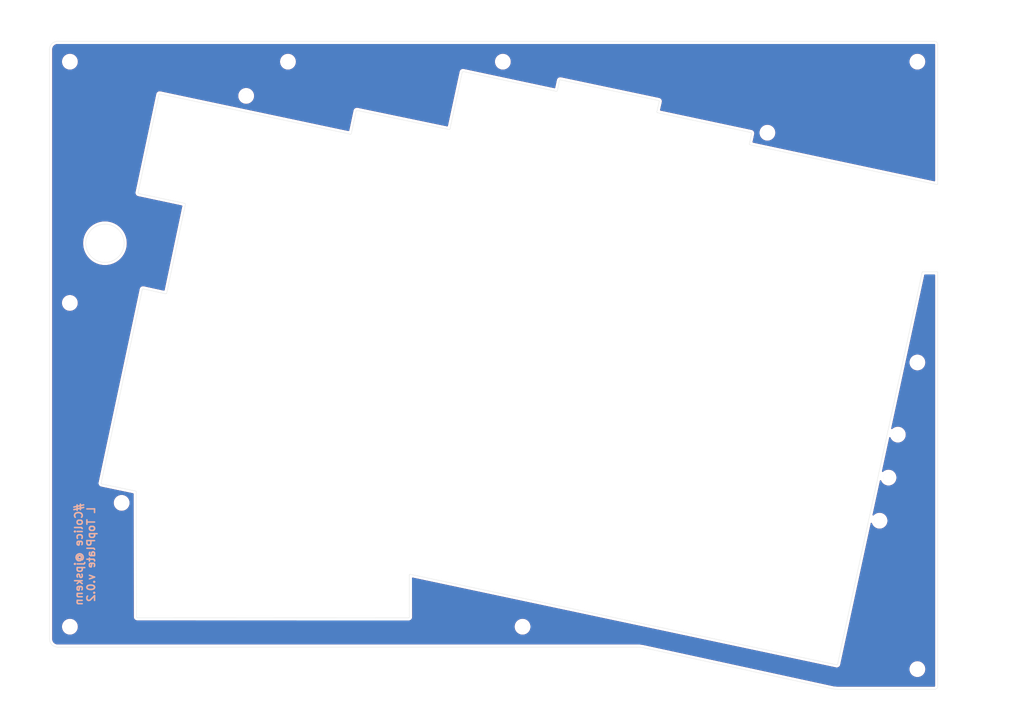
<source format=kicad_pcb>
(kicad_pcb (version 20171130) (host pcbnew "(5.1.5-0-10_14)")
  (layers (0 F.Cu signal) (31 B.Cu signal) (34 B.Paste user) (35 F.Paste user) (36 B.SilkS user) (37 F.SilkS user) (38 B.Mask user) (39 F.Mask user) (44 Edge.Cuts user))
  (net 0 "")
  (module MountingHole:MountingHole_2.1mm (layer B.Cu) (at 54.92 28.35)
    (fp_text reference REF** hide)
    (fp_text value MountingHole_2.1mm)
    (pad "" np_thru_hole circle (at 0 0) (size 2.1 2.1) (drill 2.1) (layers *.Cu *.Mask))
  )
  (module MountingHole:MountingHole_2.1mm (layer B.Cu) (at 89.46 35.05)
    (fp_text reference REF** hide)
    (fp_text value MountingHole_2.1mm)
    (pad "" np_thru_hole circle (at 0 0) (size 2.1 2.1) (drill 2.1) (layers *.Cu *.Mask))
  )
  (module MountingHole:MountingHole_2.1mm (layer B.Cu) (at 97.65 28.35)
    (fp_text reference REF** hide)
    (fp_text value MountingHole_2.1mm)
    (pad "" np_thru_hole circle (at 0 0) (size 2.1 2.1) (drill 2.1) (layers *.Cu *.Mask))
  )
  (module MountingHole:MountingHole_2.1mm (layer B.Cu) (at 139.76 28.35)
    (fp_text reference REF** hide)
    (fp_text value MountingHole_2.1mm)
    (pad "" np_thru_hole circle (at 0 0) (size 2.1 2.1) (drill 2.1) (layers *.Cu *.Mask))
  )
  (module MountingHole:MountingHole_2.1mm (layer B.Cu) (at 191.6 42.27)
    (fp_text reference REF** hide)
    (fp_text value MountingHole_2.1mm)
    (pad "" np_thru_hole circle (at 0 0) (size 2.1 2.1) (drill 2.1) (layers *.Cu *.Mask))
  )
  (module MountingHole:MountingHole_2.1mm (layer B.Cu) (at 220.99 28.35)
    (fp_text reference REF** hide)
    (fp_text value MountingHole_2.1mm)
    (pad "" np_thru_hole circle (at 0 0) (size 2.1 2.1) (drill 2.1) (layers *.Cu *.Mask))
  )
  (module MountingHole:MountingHole_2.1mm (layer B.Cu) (at 220.99 87.29)
    (fp_text reference REF** hide)
    (fp_text value MountingHole_2.1mm)
    (pad "" np_thru_hole circle (at 0 0) (size 2.1 2.1) (drill 2.1) (layers *.Cu *.Mask))
  )
  (module MountingHole:MountingHole_2.1mm (layer B.Cu) (at 217.16 101.43)
    (fp_text reference REF** hide)
    (fp_text value MountingHole_2.1mm)
    (pad "" np_thru_hole circle (at 0 0) (size 2.1 2.1) (drill 2.1) (layers *.Cu *.Mask))
  )
  (module MountingHole:MountingHole_2.1mm (layer B.Cu) (at 215.33 109.85)
    (fp_text reference REF** hide)
    (fp_text value MountingHole_2.1mm)
    (pad "" np_thru_hole circle (at 0 0) (size 2.1 2.1) (drill 2.1) (layers *.Cu *.Mask))
  )
  (module MountingHole:MountingHole_2.1mm (layer B.Cu) (at 213.57 118.3)
    (fp_text reference REF** hide)
    (fp_text value MountingHole_2.1mm)
    (pad "" np_thru_hole circle (at 0 0) (size 2.1 2.1) (drill 2.1) (layers *.Cu *.Mask))
  )
  (module MountingHole:MountingHole_2.1mm (layer B.Cu) (at 220.99 147.38)
    (fp_text reference REF** hide)
    (fp_text value MountingHole_2.1mm)
    (pad "" np_thru_hole circle (at 0 0) (size 2.1 2.1) (drill 2.1) (layers *.Cu *.Mask))
  )
  (module MountingHole:MountingHole_2.1mm (layer B.Cu) (at 143.62 139.07)
    (fp_text reference REF** hide)
    (fp_text value MountingHole_2.1mm)
    (pad "" np_thru_hole circle (at 0 0) (size 2.1 2.1) (drill 2.1) (layers *.Cu *.Mask))
  )
  (module MountingHole:MountingHole_2.1mm (layer B.Cu) (at 65.06 114.8)
    (fp_text reference REF** hide)
    (fp_text value MountingHole_2.1mm)
    (pad "" np_thru_hole circle (at 0 0) (size 2.1 2.1) (drill 2.1) (layers *.Cu *.Mask))
  )
  (module MountingHole:MountingHole_2.1mm (layer B.Cu) (at 54.91 75.62)
    (fp_text reference REF** hide)
    (fp_text value MountingHole_2.1mm)
    (pad "" np_thru_hole circle (at 0 0) (size 2.1 2.1) (drill 2.1) (layers *.Cu *.Mask))
  )
  (module MountingHole:MountingHole_2.1mm (layer B.Cu) (at 54.92 139.07)
    (fp_text reference REF** hide)
    (fp_text value MountingHole_2.1mm)
    (pad "" np_thru_hole circle (at 0 0) (size 2.1 2.1) (drill 2.1) (layers *.Cu *.Mask))
  )
  (gr_text "#Colice @jpskenn\nL TopPlate v.0.2" (at 57.86 124.91 90) (layer B.SilkS) (effects (font (size 1.5 1.5) (thickness 0.3)) (justify mirror)))
  (gr_curve (pts (xy 167.376055 143.2144) (xy 166.929861 143.11788) (xy 166.474355 143.068773) (xy 166.018001 143.068773)) (layer Edge.Cuts) (width 0.05))
  (gr_curve (pts (xy 204.188275 151.206086) (xy 199.528221 150.19432) (xy 172.036108 144.226166) (xy 167.376055 143.2144)) (layer Edge.Cuts) (width 0.05))
  (gr_curve (pts (xy 51.384753 24.820343) (xy 51.684812 24.520284) (xy 52.09172 24.351713) (xy 52.516069 24.351713)) (layer Edge.Cuts) (width 0.05))
  (gr_curve (pts (xy 50.916123 25.951744) (xy 50.916123 25.527394) (xy 51.084695 25.120402) (xy 51.384753 24.820343)) (layer Edge.Cuts) (width 0.05))
  (gr_curve (pts (xy 50.916123 141.468573) (xy 50.916123 128.377413) (xy 50.916123 39.042904) (xy 50.916123 25.951744)) (layer Edge.Cuts) (width 0.05))
  (gr_curve (pts (xy 51.384753 142.59972) (xy 51.084695 142.3) (xy 50.916123 141.892753) (xy 50.916123 141.468573)) (layer Edge.Cuts) (width 0.05))
  (gr_curve (pts (xy 52.516069 143.068773) (xy 52.09172 143.068773) (xy 51.684812 142.900286) (xy 51.384753 142.59972)) (layer Edge.Cuts) (width 0.05))
  (gr_curve (pts (xy 166.018001 143.068773) (xy 157.179648 143.068773) (xy 65.774785 143.068773) (xy 52.516069 143.068773)) (layer Edge.Cuts) (width 0.05))
  (gr_curve (pts (xy 224.802915 24.539165) (xy 224.923141 24.659222) (xy 224.990875 24.821952) (xy 224.990875 24.991708)) (layer Edge.Cuts) (width 0.05))
  (gr_curve (pts (xy 224.350795 24.351713) (xy 224.520128 24.351713) (xy 224.682688 24.419108) (xy 224.802915 24.539165)) (layer Edge.Cuts) (width 0.05))
  (gr_line (start 224.350795 151.351713) (end 205.546328 151.351713) (layer Edge.Cuts) (width 0.05))
  (gr_curve (pts (xy 219.990461 147.38254) (xy 219.990461 146.83136) (xy 220.439195 146.382626) (xy 220.992068 146.382626)) (layer Edge.Cuts) (width 0.05))
  (gr_curve (pts (xy 220.992068 148.3833) (xy 220.439195 148.3833) (xy 219.990461 147.935413) (xy 219.990461 147.38254)) (layer Edge.Cuts) (width 0.05))
  (gr_line (start 52.516069 24.351713) (end 224.350795 24.351713) (layer Edge.Cuts) (width 0.05))
  (gr_curve (pts (xy 224.990875 24.991708) (xy 224.990875 28.950552) (xy 224.990875 50.006983) (xy 224.990875 52.272832)) (layer Edge.Cuts) (width 0.05))
  (gr_line (start 224.990875 52.272832) (end 224.990875 52.272832) (layer Edge.Cuts) (width 0.05))
  (gr_curve (pts (xy 221.990288 147.38254) (xy 221.990288 147.935413) (xy 221.542401 148.3833) (xy 220.992068 148.3833)) (layer Edge.Cuts) (width 0.05))
  (gr_curve (pts (xy 220.992068 146.382626) (xy 221.542401 146.382626) (xy 221.990288 146.83136) (xy 221.990288 147.38254)) (layer Edge.Cuts) (width 0.05))
  (gr_curve (pts (xy 54.917893 138.06836) (xy 55.467634 138.06836) (xy 55.916113 138.516246) (xy 55.916113 139.068273)) (layer Edge.Cuts) (width 0.05))
  (gr_curve (pts (xy 53.916117 139.068273) (xy 53.916117 138.516246) (xy 54.364597 138.06836) (xy 54.917893 138.06836)) (layer Edge.Cuts) (width 0.05))
  (gr_curve (pts (xy 54.917893 140.069033) (xy 54.364597 140.069033) (xy 53.916117 139.621146) (xy 53.916117 139.068273)) (layer Edge.Cuts) (width 0.05))
  (gr_curve (pts (xy 143.621128 140.069033) (xy 143.067408 140.069033) (xy 142.619521 139.621146) (xy 142.619521 139.068273)) (layer Edge.Cuts) (width 0.05))
  (gr_line (start 220.992068 148.3833) (end 220.992068 148.3833) (layer Edge.Cuts) (width 0.05))
  (gr_curve (pts (xy 55.916113 139.068273) (xy 55.916113 139.621146) (xy 55.467634 140.069033) (xy 54.917893 140.069033)) (layer Edge.Cuts) (width 0.05))
  (gr_curve (pts (xy 144.619348 139.068273) (xy 144.619348 139.621146) (xy 144.170615 140.069033) (xy 143.621128 140.069033)) (layer Edge.Cuts) (width 0.05))
  (gr_curve (pts (xy 143.621128 138.06836) (xy 144.170615 138.06836) (xy 144.619348 138.516246) (xy 144.619348 139.068273)) (layer Edge.Cuts) (width 0.05))
  (gr_curve (pts (xy 142.619521 139.068273) (xy 142.619521 138.516246) (xy 143.067408 138.06836) (xy 143.621128 138.06836)) (layer Edge.Cuts) (width 0.05))
  (gr_curve (pts (xy 65.062653 115.795946) (xy 64.509272 115.795946) (xy 64.060793 115.34806) (xy 64.060793 114.795186)) (layer Edge.Cuts) (width 0.05))
  (gr_line (start 143.621128 140.069033) (end 143.621128 140.069033) (layer Edge.Cuts) (width 0.05))
  (gr_curve (pts (xy 214.571795 118.301233) (xy 214.571795 118.854106) (xy 214.123061 119.301146) (xy 213.573575 119.301146)) (layer Edge.Cuts) (width 0.05))
  (gr_curve (pts (xy 213.573575 117.30132) (xy 214.123061 117.30132) (xy 214.571795 117.749206) (xy 214.571795 118.301233)) (layer Edge.Cuts) (width 0.05))
  (gr_curve (pts (xy 212.571968 118.301233) (xy 212.571968 117.749206) (xy 213.019855 117.30132) (xy 213.573575 117.30132)) (layer Edge.Cuts) (width 0.05))
  (gr_curve (pts (xy 213.573575 119.301146) (xy 213.019855 119.301146) (xy 212.571968 118.854106) (xy 212.571968 118.301233)) (layer Edge.Cuts) (width 0.05))
  (gr_line (start 54.917893 140.069033) (end 54.917893 140.069033) (layer Edge.Cuts) (width 0.05))
  (gr_curve (pts (xy 215.328715 110.85226) (xy 214.774995 110.85226) (xy 214.327108 110.40522) (xy 214.327108 109.852346)) (layer Edge.Cuts) (width 0.05))
  (gr_line (start 213.573575 119.301146) (end 213.573575 119.301146) (layer Edge.Cuts) (width 0.05))
  (gr_curve (pts (xy 66.060789 114.795186) (xy 66.060789 115.34806) (xy 65.612394 115.795946) (xy 65.062653 115.795946)) (layer Edge.Cuts) (width 0.05))
  (gr_curve (pts (xy 65.062653 113.795273) (xy 65.612394 113.795273) (xy 66.060789 114.24316) (xy 66.060789 114.795186)) (layer Edge.Cuts) (width 0.05))
  (gr_curve (pts (xy 64.060793 114.795186) (xy 64.060793 114.24316) (xy 64.509272 113.795273) (xy 65.062653 113.795273)) (layer Edge.Cuts) (width 0.05))
  (gr_curve (pts (xy 221.990288 28.351536) (xy 221.990288 28.904409) (xy 221.542401 29.351703) (xy 220.992068 29.351703)) (layer Edge.Cuts) (width 0.05))
  (gr_curve (pts (xy 215.328715 108.852433) (xy 215.878201 108.852433) (xy 216.326935 109.30032) (xy 216.326935 109.852346)) (layer Edge.Cuts) (width 0.05))
  (gr_curve (pts (xy 214.327108 109.852346) (xy 214.327108 109.30032) (xy 214.774995 108.852433) (xy 215.328715 108.852433)) (layer Edge.Cuts) (width 0.05))
  (gr_curve (pts (xy 54.917893 29.351703) (xy 54.364597 29.351703) (xy 53.916117 28.904409) (xy 53.916117 28.351536)) (layer Edge.Cuts) (width 0.05))
  (gr_line (start 220.992068 29.351703) (end 220.992068 29.351703) (layer Edge.Cuts) (width 0.05))
  (gr_curve (pts (xy 140.758548 28.351536) (xy 140.758548 28.904409) (xy 140.310661 29.351703) (xy 139.761175 29.351703)) (layer Edge.Cuts) (width 0.05))
  (gr_curve (pts (xy 139.761175 27.351707) (xy 140.310661 27.351707) (xy 140.758548 27.799678) (xy 140.758548 28.351536)) (layer Edge.Cuts) (width 0.05))
  (gr_curve (pts (xy 138.758721 28.351536) (xy 138.758721 27.799678) (xy 139.207455 27.351707) (xy 139.761175 27.351707)) (layer Edge.Cuts) (width 0.05))
  (gr_curve (pts (xy 139.761175 29.351703) (xy 139.207455 29.351703) (xy 138.758721 28.904409) (xy 138.758721 28.351536)) (layer Edge.Cuts) (width 0.05))
  (gr_line (start 89.461385 36.048159) (end 89.461385 36.048159) (layer Edge.Cuts) (width 0.05))
  (gr_curve (pts (xy 55.916113 28.351536) (xy 55.916113 28.904409) (xy 55.467634 29.351703) (xy 54.917893 29.351703)) (layer Edge.Cuts) (width 0.05))
  (gr_curve (pts (xy 54.917893 27.351707) (xy 55.467634 27.351707) (xy 55.916113 27.799678) (xy 55.916113 28.351536)) (layer Edge.Cuts) (width 0.05))
  (gr_curve (pts (xy 53.916117 28.351536) (xy 53.916117 27.799678) (xy 54.364597 27.351707) (xy 54.917893 27.351707)) (layer Edge.Cuts) (width 0.05))
  (gr_curve (pts (xy 96.652718 28.351536) (xy 96.652718 27.799678) (xy 97.101197 27.351707) (xy 97.654494 27.351707)) (layer Edge.Cuts) (width 0.05))
  (gr_curve (pts (xy 97.654494 29.351703) (xy 97.101197 29.351703) (xy 96.652718 28.904409) (xy 96.652718 28.351536)) (layer Edge.Cuts) (width 0.05))
  (gr_line (start 139.761175 29.351703) (end 139.761175 29.351703) (layer Edge.Cuts) (width 0.05))
  (gr_line (start 54.917893 29.351703) (end 54.917893 29.351703) (layer Edge.Cuts) (width 0.05))
  (gr_curve (pts (xy 98.652714 28.351536) (xy 98.652714 28.904409) (xy 98.204235 29.351703) (xy 97.654494 29.351703)) (layer Edge.Cuts) (width 0.05))
  (gr_curve (pts (xy 97.654494 27.351707) (xy 98.204235 27.351707) (xy 98.652714 27.799678) (xy 98.652714 28.351536)) (layer Edge.Cuts) (width 0.05))
  (gr_line (start 97.654494 29.351703) (end 97.654494 29.351703) (layer Edge.Cuts) (width 0.05))
  (gr_curve (pts (xy 224.943461 69.559141) (xy 224.973941 69.589198) (xy 224.990875 69.629838) (xy 224.990875 69.67234)) (layer Edge.Cuts) (width 0.05))
  (gr_curve (pts (xy 224.830855 69.51232) (xy 224.873188 69.51232) (xy 224.913828 69.529169) (xy 224.943461 69.559141)) (layer Edge.Cuts) (width 0.05))
  (gr_curve (pts (xy 222.069875 69.51232) (xy 222.558401 69.51232) (xy 224.293221 69.51232) (xy 224.830855 69.51232)) (layer Edge.Cuts) (width 0.05))
  (gr_curve (pts (xy 221.913241 69.638558) (xy 221.929328 69.564898) (xy 221.994521 69.51232) (xy 222.069875 69.51232)) (layer Edge.Cuts) (width 0.05))
  (gr_curve (pts (xy 205.344821 146.4021) (xy 206.150848 142.666606) (xy 221.186801 73.006514) (xy 221.913241 69.638558)) (layer Edge.Cuts) (width 0.05))
  (gr_curve (pts (xy 205.155168 146.524866) (xy 205.241528 146.542646) (xy 205.326195 146.48846) (xy 205.344821 146.4021)) (layer Edge.Cuts) (width 0.05))
  (gr_curve (pts (xy 67.933531 112.639573) (xy 67.93624 114.472606) (xy 67.966805 135.118573) (xy 67.969768 137.144646)) (layer Edge.Cuts) (width 0.05))
  (gr_curve (pts (xy 67.806192 112.48294) (xy 67.880275 112.49818) (xy 67.933361 112.56422) (xy 67.933531 112.639573)) (layer Edge.Cuts) (width 0.05))
  (gr_curve (pts (xy 61.175353 111.10118) (xy 62.113205 111.29676) (xy 66.956901 112.305986) (xy 67.806192 112.48294)) (layer Edge.Cuts) (width 0.05))
  (gr_curve (pts (xy 205.546328 151.351713) (xy 205.089975 151.351713) (xy 204.634468 151.302606) (xy 204.188275 151.206086)) (layer Edge.Cuts) (width 0.05))
  (gr_curve (pts (xy 224.802915 151.1646) (xy 224.682688 151.28398) (xy 224.520128 151.351713) (xy 224.350795 151.351713)) (layer Edge.Cuts) (width 0.05))
  (gr_curve (pts (xy 224.990875 150.711633) (xy 224.990875 150.881813) (xy 224.923141 151.044373) (xy 224.802915 151.1646)) (layer Edge.Cuts) (width 0.05))
  (gr_curve (pts (xy 224.990875 69.67234) (xy 224.990875 73.459396) (xy 224.990875 143.27536) (xy 224.990875 150.711633)) (layer Edge.Cuts) (width 0.05))
  (gr_curve (pts (xy 69.104301 73.002873) (xy 68.561757 75.556928) (xy 61.593436 108.359673) (xy 61.051485 110.911526)) (layer Edge.Cuts) (width 0.05))
  (gr_curve (pts (xy 121.611097 128.793973) (xy 125.939934 129.712606) (xy 201.267275 145.699366) (xy 205.155168 146.524866)) (layer Edge.Cuts) (width 0.05))
  (gr_curve (pts (xy 121.4769 128.826146) (xy 121.514492 128.795666) (xy 121.563768 128.783813) (xy 121.611097 128.793973)) (layer Edge.Cuts) (width 0.05))
  (gr_curve (pts (xy 121.417887 128.950606) (xy 121.417718 128.902346) (xy 121.439393 128.856626) (xy 121.4769 128.826146)) (layer Edge.Cuts) (width 0.05))
  (gr_curve (pts (xy 188.192201 44.633952) (xy 188.105841 44.615579) (xy 188.050808 44.530574) (xy 188.069435 44.444214)) (layer Edge.Cuts) (width 0.05))
  (gr_curve (pts (xy 169.955001 38.28429) (xy 169.932141 38.248138) (xy 169.924521 38.20428) (xy 169.933835 38.162455)) (layer Edge.Cuts) (width 0.05))
  (gr_curve (pts (xy 170.056601 38.354733) (xy 170.015115 38.345843) (xy 169.977861 38.320443) (xy 169.955001 38.28429)) (layer Edge.Cuts) (width 0.05))
  (gr_curve (pts (xy 77.440412 56.104253) (xy 77.526687 56.122541) (xy 77.58189 56.207377) (xy 77.563687 56.293737)) (layer Edge.Cuts) (width 0.05))
  (gr_curve (pts (xy 68.419348 54.186807) (xy 69.538726 54.42472) (xy 76.321373 55.866424) (xy 77.440412 56.104253)) (layer Edge.Cuts) (width 0.05))
  (gr_curve (pts (xy 77.563687 56.293737) (xy 77.216638 57.939826) (xy 74.238573 72.066544) (xy 73.89 73.72)) (layer Edge.Cuts) (width 0.05))
  (gr_curve (pts (xy 73.699246 73.843274) (xy 72.980172 73.685964) (xy 70.013537 73.036994) (xy 69.295055 72.879768)) (layer Edge.Cuts) (width 0.05))
  (gr_curve (pts (xy 121.453786 137.16158) (xy 121.449129 136.101553) (xy 121.423052 130.1207) (xy 121.417887 128.950606)) (layer Edge.Cuts) (width 0.05))
  (gr_curve (pts (xy 121.407135 137.275033) (xy 121.437191 137.244553) (xy 121.453955 137.203913) (xy 121.453786 137.16158)) (layer Edge.Cuts) (width 0.05))
  (gr_curve (pts (xy 121.293766 137.322446) (xy 121.336269 137.322446) (xy 121.377078 137.305513) (xy 121.407135 137.275033)) (layer Edge.Cuts) (width 0.05))
  (gr_curve (pts (xy 68.129703 137.304666) (xy 71.221222 137.305513) (xy 118.192341 137.3216) (xy 121.293766 137.322446)) (layer Edge.Cuts) (width 0.05))
  (gr_curve (pts (xy 67.969768 137.144646) (xy 67.969937 137.2327) (xy 68.041481 137.304666) (xy 68.129703 137.304666)) (layer Edge.Cuts) (width 0.05))
  (gr_curve (pts (xy 73.820319 73.821346) (xy 73.784505 73.844544) (xy 73.740902 73.852418) (xy 73.699246 73.843274)) (layer Edge.Cuts) (width 0.05))
  (gr_curve (pts (xy 69.174067 72.901612) (xy 69.138253 72.924726) (xy 69.113191 72.961132) (xy 69.104301 73.002873)) (layer Edge.Cuts) (width 0.05))
  (gr_curve (pts (xy 61.073922 111.031753) (xy 61.097205 111.067313) (xy 61.133697 111.092713) (xy 61.175353 111.10118)) (layer Edge.Cuts) (width 0.05))
  (gr_curve (pts (xy 61.051485 110.911526) (xy 61.042595 110.953013) (xy 61.050723 110.996193) (xy 61.073922 111.031753)) (layer Edge.Cuts) (width 0.05))
  (gr_curve (pts (xy 224.930761 52.397208) (xy 224.893508 52.427603) (xy 224.844401 52.439372) (xy 224.796988 52.429296)) (layer Edge.Cuts) (width 0.05))
  (gr_curve (pts (xy 188.069435 44.444214) (xy 188.159181 44.020372) (xy 188.407255 42.853496) (xy 188.497848 42.429486)) (layer Edge.Cuts) (width 0.05))
  (gr_curve (pts (xy 150.431715 34.044692) (xy 150.413088 34.131136) (xy 150.328421 34.186339) (xy 150.242061 34.167966)) (layer Edge.Cuts) (width 0.05))
  (gr_curve (pts (xy 150.856741 32.044018) (xy 150.766995 32.465574) (xy 150.521461 33.622798) (xy 150.431715 34.044692)) (layer Edge.Cuts) (width 0.05))
  (gr_curve (pts (xy 151.046395 31.920744) (xy 150.960035 31.90254) (xy 150.875368 31.957743) (xy 150.856741 32.044018)) (layer Edge.Cuts) (width 0.05))
  (gr_curve (pts (xy 170.392728 36.160596) (xy 170.402041 36.118686) (xy 170.394421 36.074744) (xy 170.371561 36.038592)) (layer Edge.Cuts) (width 0.05))
  (gr_curve (pts (xy 169.933835 38.162455) (xy 170.031201 37.738952) (xy 170.295361 36.584353) (xy 170.392728 36.160596)) (layer Edge.Cuts) (width 0.05))
  (gr_curve (pts (xy 188.497848 42.429486) (xy 188.506315 42.387999) (xy 188.498695 42.34465) (xy 188.474988 42.30909)) (layer Edge.Cuts) (width 0.05))
  (gr_curve (pts (xy 170.269961 35.968234) (xy 168.512281 35.598325) (xy 152.787141 32.287181) (xy 151.046395 31.920744)) (layer Edge.Cuts) (width 0.05))
  (gr_curve (pts (xy 170.371561 36.038592) (xy 170.347855 36.002439) (xy 170.311448 35.977124) (xy 170.269961 35.968234)) (layer Edge.Cuts) (width 0.05))
  (gr_curve (pts (xy 188.374235 42.239663) (xy 186.679208 41.880253) (xy 171.764328 38.716937) (xy 170.056601 38.354733)) (layer Edge.Cuts) (width 0.05))
  (gr_curve (pts (xy 188.474988 42.30909) (xy 188.452128 42.273445) (xy 188.415721 42.248468) (xy 188.374235 42.239663)) (layer Edge.Cuts) (width 0.05))
  (gr_curve (pts (xy 224.796988 52.429296) (xy 222.040241 51.842133) (xy 190.679708 45.163711) (xy 188.192201 44.633952)) (layer Edge.Cuts) (width 0.05))
  (gr_curve (pts (xy 72.358126 34.79577) (xy 71.989741 36.537194) (xy 68.664373 52.256492) (xy 68.296158 53.997154)) (layer Edge.Cuts) (width 0.05))
  (gr_curve (pts (xy 72.547779 34.67241) (xy 72.461335 34.654122) (xy 72.376414 34.709325) (xy 72.358126 34.79577)) (layer Edge.Cuts) (width 0.05))
  (gr_curve (pts (xy 109.881377 42.56292) (xy 107.356955 42.029351) (xy 75.073555 35.206234) (xy 72.547779 34.67241)) (layer Edge.Cuts) (width 0.05))
  (gr_curve (pts (xy 131.989621 30.288286) (xy 131.903261 30.269998) (xy 131.818595 30.324862) (xy 131.799968 30.411052)) (layer Edge.Cuts) (width 0.05))
  (gr_curve (pts (xy 150.242061 34.167966) (xy 148.550421 33.808302) (xy 133.678721 30.647357) (xy 131.989621 30.288286)) (layer Edge.Cuts) (width 0.05))
  (gr_curve (pts (xy 224.990875 52.272832) (xy 224.990875 52.321092) (xy 224.968861 52.366812) (xy 224.930761 52.397208)) (layer Edge.Cuts) (width 0.05))
  (gr_curve (pts (xy 68.296158 53.997154) (xy 68.27787 54.083598) (xy 68.332988 54.168434) (xy 68.419348 54.186807)) (layer Edge.Cuts) (width 0.05))
  (gr_curve (pts (xy 110.070945 42.439646) (xy 110.052573 42.526006) (xy 109.967737 42.581124) (xy 109.881377 42.56292)) (layer Edge.Cuts) (width 0.05))
  (gr_curve (pts (xy 111.009475 38.028597) (xy 110.856991 38.7453) (xy 110.223684 41.721842) (xy 110.070945 42.439646)) (layer Edge.Cuts) (width 0.05))
  (gr_curve (pts (xy 111.198451 37.905238) (xy 111.112261 37.887373) (xy 111.027763 37.942491) (xy 111.009475 38.028597)) (layer Edge.Cuts) (width 0.05))
  (gr_curve (pts (xy 129.211369 41.645642) (xy 127.537594 41.298085) (xy 112.874767 38.253302) (xy 111.198451 37.905238)) (layer Edge.Cuts) (width 0.05))
  (gr_curve (pts (xy 129.400345 41.52279) (xy 129.381719 41.608642) (xy 129.297391 41.663506) (xy 129.211369 41.645642)) (layer Edge.Cuts) (width 0.05))
  (gr_curve (pts (xy 131.799968 30.411052) (xy 131.526495 31.677073) (xy 129.673141 40.259564) (xy 129.400345 41.52279)) (layer Edge.Cuts) (width 0.05))
  (gr_curve (pts (xy 69.295055 72.879768) (xy 69.253399 72.870708) (xy 69.209881 72.878582) (xy 69.174067 72.901612)) (layer Edge.Cuts) (width 0.05))
  (gr_curve (pts (xy 221.990288 87.292998) (xy 221.990288 87.845872) (xy 221.542401 88.293166) (xy 220.992068 88.293166)) (layer Edge.Cuts) (width 0.05))
  (gr_curve (pts (xy 220.992068 86.293169) (xy 221.542401 86.293169) (xy 221.990288 86.74114) (xy 221.990288 87.292998)) (layer Edge.Cuts) (width 0.05))
  (gr_line (start 65.062653 115.795946) (end 65.062653 115.795946) (layer Edge.Cuts) (width 0.05))
  (gr_line (start 220.992068 88.293166) (end 220.992068 88.293166) (layer Edge.Cuts) (width 0.05))
  (gr_curve (pts (xy 55.916113 75.622375) (xy 55.916113 76.175248) (xy 55.467634 76.622542) (xy 54.917893 76.622542)) (layer Edge.Cuts) (width 0.05))
  (gr_curve (pts (xy 217.161748 100.42048) (xy 217.711235 100.42048) (xy 218.159968 100.868366) (xy 218.159968 101.420393)) (layer Edge.Cuts) (width 0.05))
  (gr_curve (pts (xy 217.161748 102.420306) (xy 216.608028 102.420306) (xy 216.160141 101.973266) (xy 216.160141 101.420393)) (layer Edge.Cuts) (width 0.05))
  (gr_curve (pts (xy 218.159968 101.420393) (xy 218.159968 101.973266) (xy 217.711235 102.420306) (xy 217.161748 102.420306)) (layer Edge.Cuts) (width 0.05))
  (gr_curve (pts (xy 219.990461 87.292998) (xy 219.990461 86.74114) (xy 220.439195 86.293169) (xy 220.992068 86.293169)) (layer Edge.Cuts) (width 0.05))
  (gr_curve (pts (xy 220.992068 88.293166) (xy 220.439195 88.293166) (xy 219.990461 87.845872) (xy 219.990461 87.292998)) (layer Edge.Cuts) (width 0.05))
  (gr_curve (pts (xy 220.992068 27.351707) (xy 221.542401 27.351707) (xy 221.990288 27.799678) (xy 221.990288 28.351536)) (layer Edge.Cuts) (width 0.05))
  (gr_curve (pts (xy 219.990461 28.351536) (xy 219.990461 27.799678) (xy 220.439195 27.351707) (xy 220.992068 27.351707)) (layer Edge.Cuts) (width 0.05))
  (gr_curve (pts (xy 220.992068 29.351703) (xy 220.439195 29.351703) (xy 219.990461 28.904409) (xy 219.990461 28.351536)) (layer Edge.Cuts) (width 0.05))
  (gr_curve (pts (xy 65.537041 63.922542) (xy 65.537041 65.992219) (xy 63.856746 67.672514) (xy 61.787069 67.672514)) (layer Edge.Cuts) (width 0.05))
  (gr_curve (pts (xy 61.787069 60.172571) (xy 63.856746 60.172571) (xy 65.537041 61.852866) (xy 65.537041 63.922542)) (layer Edge.Cuts) (width 0.05))
  (gr_curve (pts (xy 88.459609 35.047992) (xy 88.459609 34.496134) (xy 88.908089 34.048163) (xy 89.461385 34.048163)) (layer Edge.Cuts) (width 0.05))
  (gr_curve (pts (xy 89.461385 36.048159) (xy 88.908089 36.048159) (xy 88.459609 35.60095) (xy 88.459609 35.047992)) (layer Edge.Cuts) (width 0.05))
  (gr_curve (pts (xy 216.160141 101.420393) (xy 216.160141 100.868366) (xy 216.608028 100.42048) (xy 217.161748 100.42048)) (layer Edge.Cuts) (width 0.05))
  (gr_curve (pts (xy 54.917893 76.622542) (xy 54.364597 76.622542) (xy 53.916117 76.175248) (xy 53.916117 75.622375)) (layer Edge.Cuts) (width 0.05))
  (gr_line (start 217.161748 102.420306) (end 217.161748 102.420306) (layer Edge.Cuts) (width 0.05))
  (gr_curve (pts (xy 191.602575 41.275818) (xy 192.152908 41.275818) (xy 192.601641 41.723789) (xy 192.601641 42.275646)) (layer Edge.Cuts) (width 0.05))
  (gr_curve (pts (xy 190.600968 42.275646) (xy 190.600968 41.723789) (xy 191.049701 41.275818) (xy 191.602575 41.275818)) (layer Edge.Cuts) (width 0.05))
  (gr_line (start 215.328715 110.85226) (end 215.328715 110.85226) (layer Edge.Cuts) (width 0.05))
  (gr_curve (pts (xy 54.917893 74.622546) (xy 55.467634 74.622546) (xy 55.916113 75.070518) (xy 55.916113 75.622375)) (layer Edge.Cuts) (width 0.05))
  (gr_curve (pts (xy 53.916117 75.622375) (xy 53.916117 75.070518) (xy 54.364597 74.622546) (xy 54.917893 74.622546)) (layer Edge.Cuts) (width 0.05))
  (gr_line (start 61.787069 60.172571) (end 61.787069 60.172571) (layer Edge.Cuts) (width 0.05))
  (gr_curve (pts (xy 192.601641 42.275646) (xy 192.601641 42.82852) (xy 192.152908 43.275814) (xy 191.602575 43.275814)) (layer Edge.Cuts) (width 0.05))
  (gr_curve (pts (xy 216.326935 109.852346) (xy 216.326935 110.40522) (xy 215.878201 110.85226) (xy 215.328715 110.85226)) (layer Edge.Cuts) (width 0.05))
  (gr_curve (pts (xy 58.037098 63.922542) (xy 58.037098 61.852866) (xy 59.717393 60.172571) (xy 61.787069 60.172571)) (layer Edge.Cuts) (width 0.05))
  (gr_curve (pts (xy 61.787069 67.672514) (xy 59.717393 67.672514) (xy 58.037098 65.992219) (xy 58.037098 63.922542)) (layer Edge.Cuts) (width 0.05))
  (gr_curve (pts (xy 191.602575 43.275814) (xy 191.049701 43.275814) (xy 190.600968 42.82852) (xy 190.600968 42.275646)) (layer Edge.Cuts) (width 0.05))
  (gr_line (start 54.917893 76.622542) (end 54.917893 76.622542) (layer Edge.Cuts) (width 0.05))
  (gr_line (start 191.602575 43.275814) (end 191.602575 43.275814) (layer Edge.Cuts) (width 0.05))
  (gr_curve (pts (xy 90.459605 35.047992) (xy 90.459605 35.60095) (xy 90.011126 36.048159) (xy 89.461385 36.048159)) (layer Edge.Cuts) (width 0.05))
  (gr_curve (pts (xy 89.461385 34.048163) (xy 90.011126 34.048163) (xy 90.459605 34.496134) (xy 90.459605 35.047992)) (layer Edge.Cuts) (width 0.05))
  (gr_curve (pts (xy 73.89 73.72) (xy 73.881195 73.76174) (xy 73.856133 73.798232) (xy 73.820319 73.821346)) (layer Edge.Cuts) (width 0.05))
  (zone (net 0) (net_name "") (layer F.Cu) (connect_pads (clearance 0.508)) (min_thickness 0.254) (fill yes (arc_segments 32) (thermal_gap 0.508) (thermal_bridge_width 0.508))
    (polygon (pts (xy 234.69 156.21) (xy 44.47 148.8) (xy 41.22 18.58) (xy 239.79 18.58)))
  )
  (zone (net 0) (net_name "") (layer B.Cu) (connect_pads (clearance 0.508)) (min_thickness 0.254) (fill yes (arc_segments 32) (thermal_gap 0.508) (thermal_bridge_width 0.508))
    (polygon (pts (xy 239.33 157.37) (xy 42.15 150.19) (xy 41.92 18.58) (xy 241.88 16.26)))
  )
)
</source>
